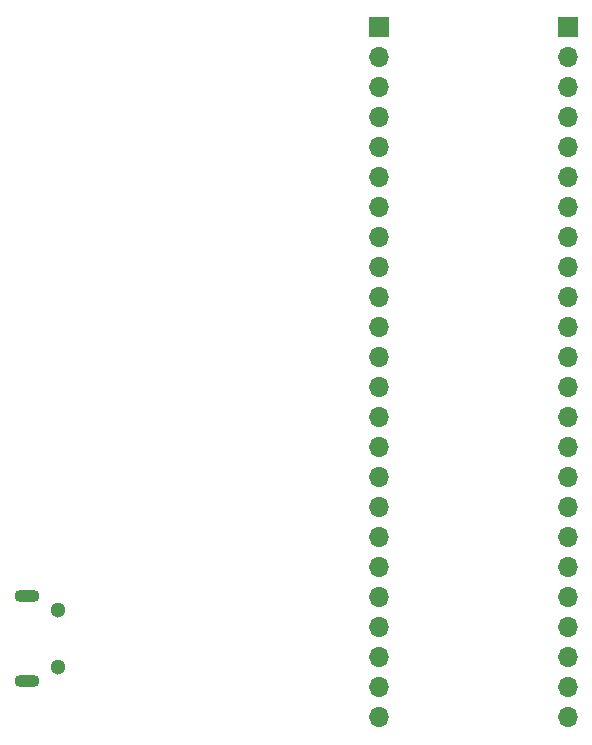
<source format=gbr>
%TF.GenerationSoftware,KiCad,Pcbnew,(7.0.0)*%
%TF.CreationDate,2023-04-14T19:10:39+02:00*%
%TF.ProjectId,Project.kicad_sch,50726f6a-6563-4742-9e6b-696361645f73,rev?*%
%TF.SameCoordinates,Original*%
%TF.FileFunction,Soldermask,Bot*%
%TF.FilePolarity,Negative*%
%FSLAX46Y46*%
G04 Gerber Fmt 4.6, Leading zero omitted, Abs format (unit mm)*
G04 Created by KiCad (PCBNEW (7.0.0)) date 2023-04-14 19:10:39*
%MOMM*%
%LPD*%
G01*
G04 APERTURE LIST*
%ADD10R,1.700000X1.700000*%
%ADD11O,1.700000X1.700000*%
%ADD12C,1.300000*%
%ADD13O,2.140000X1.070000*%
G04 APERTURE END LIST*
D10*
%TO.C,J2*%
X131571999Y-78485999D03*
D11*
X131571999Y-81025999D03*
X131571999Y-83565999D03*
X131571999Y-86105999D03*
X131571999Y-88645999D03*
X131571999Y-91185999D03*
X131571999Y-93725999D03*
X131571999Y-96265999D03*
X131571999Y-98805999D03*
X131571999Y-101345999D03*
X131571999Y-103885999D03*
X131571999Y-106425999D03*
X131571999Y-108965999D03*
X131571999Y-111505999D03*
X131571999Y-114045999D03*
X131571999Y-116585999D03*
X131571999Y-119125999D03*
X131571999Y-121665999D03*
X131571999Y-124205999D03*
X131571999Y-126745999D03*
X131571999Y-129285999D03*
X131571999Y-131825999D03*
X131571999Y-134365999D03*
X131571999Y-136905999D03*
%TD*%
D12*
%TO.C,J1*%
X104410000Y-132650000D03*
D13*
X101759999Y-133824999D03*
D12*
X104410000Y-127800000D03*
D13*
X101759999Y-126624999D03*
%TD*%
D10*
%TO.C,J3*%
X147573999Y-78485999D03*
D11*
X147573999Y-81025999D03*
X147573999Y-83565999D03*
X147573999Y-86105999D03*
X147573999Y-88645999D03*
X147573999Y-91185999D03*
X147573999Y-93725999D03*
X147573999Y-96265999D03*
X147573999Y-98805999D03*
X147573999Y-101345999D03*
X147573999Y-103885999D03*
X147573999Y-106425999D03*
X147573999Y-108965999D03*
X147573999Y-111505999D03*
X147573999Y-114045999D03*
X147573999Y-116585999D03*
X147573999Y-119125999D03*
X147573999Y-121665999D03*
X147573999Y-124205999D03*
X147573999Y-126745999D03*
X147573999Y-129285999D03*
X147573999Y-131825999D03*
X147573999Y-134365999D03*
X147573999Y-136905999D03*
%TD*%
M02*

</source>
